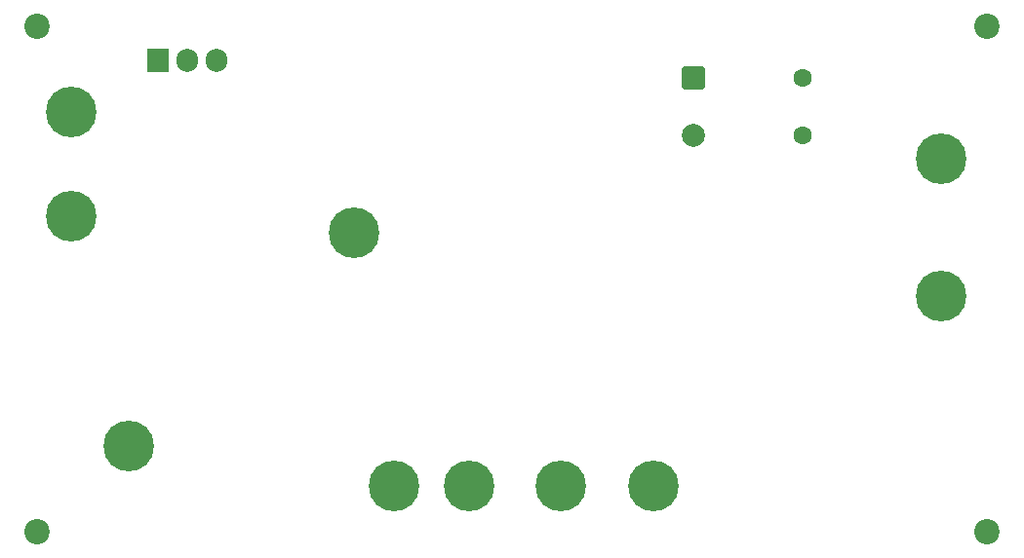
<source format=gbs>
%TF.GenerationSoftware,KiCad,Pcbnew,9.0.2*%
%TF.CreationDate,2025-06-03T22:33:05+02:00*%
%TF.ProjectId,schaltung,73636861-6c74-4756-9e67-2e6b69636164,rev?*%
%TF.SameCoordinates,Original*%
%TF.FileFunction,Soldermask,Bot*%
%TF.FilePolarity,Negative*%
%FSLAX46Y46*%
G04 Gerber Fmt 4.6, Leading zero omitted, Abs format (unit mm)*
G04 Created by KiCad (PCBNEW 9.0.2) date 2025-06-03 22:33:05*
%MOMM*%
%LPD*%
G01*
G04 APERTURE LIST*
G04 Aperture macros list*
%AMRoundRect*
0 Rectangle with rounded corners*
0 $1 Rounding radius*
0 $2 $3 $4 $5 $6 $7 $8 $9 X,Y pos of 4 corners*
0 Add a 4 corners polygon primitive as box body*
4,1,4,$2,$3,$4,$5,$6,$7,$8,$9,$2,$3,0*
0 Add four circle primitives for the rounded corners*
1,1,$1+$1,$2,$3*
1,1,$1+$1,$4,$5*
1,1,$1+$1,$6,$7*
1,1,$1+$1,$8,$9*
0 Add four rect primitives between the rounded corners*
20,1,$1+$1,$2,$3,$4,$5,0*
20,1,$1+$1,$4,$5,$6,$7,0*
20,1,$1+$1,$6,$7,$8,$9,0*
20,1,$1+$1,$8,$9,$2,$3,0*%
G04 Aperture macros list end*
%ADD10C,2.200000*%
%ADD11C,1.600000*%
%ADD12C,4.400000*%
%ADD13R,1.905000X2.000000*%
%ADD14O,1.905000X2.000000*%
%ADD15RoundRect,0.250000X-0.750000X0.750000X-0.750000X-0.750000X0.750000X-0.750000X0.750000X0.750000X0*%
%ADD16C,2.000000*%
G04 APERTURE END LIST*
D10*
%TO.C,*%
X159500000Y-96000000D03*
%TD*%
%TO.C,REF1*%
X159500000Y-52000000D03*
%TD*%
%TO.C,REF\u002A\u002A*%
X77000000Y-52000000D03*
%TD*%
%TO.C,REF\u002A\u002A*%
X77000000Y-96000000D03*
%TD*%
D11*
%TO.C,C2*%
X143500000Y-61500000D03*
X143500000Y-56500000D03*
%TD*%
D12*
%TO.C,J10*%
X104500000Y-70000000D03*
%TD*%
%TO.C,J9*%
X85000000Y-88500000D03*
%TD*%
%TO.C,J8*%
X130500000Y-92000000D03*
%TD*%
%TO.C,J7*%
X122500000Y-92000000D03*
%TD*%
%TO.C,J6*%
X114500000Y-92000000D03*
%TD*%
%TO.C,J5*%
X108000000Y-92000000D03*
%TD*%
%TO.C,J4*%
X155500000Y-75500000D03*
%TD*%
%TO.C,J3*%
X155500000Y-63500000D03*
%TD*%
%TO.C,J2*%
X80000000Y-68500000D03*
%TD*%
%TO.C,J1*%
X80000000Y-59500000D03*
%TD*%
D13*
%TO.C,Q1*%
X87460000Y-54950000D03*
D14*
X90000000Y-54950000D03*
X92540000Y-54950000D03*
%TD*%
D15*
%TO.C,C1*%
X134000000Y-56500000D03*
D16*
X134000000Y-61500000D03*
%TD*%
M02*

</source>
